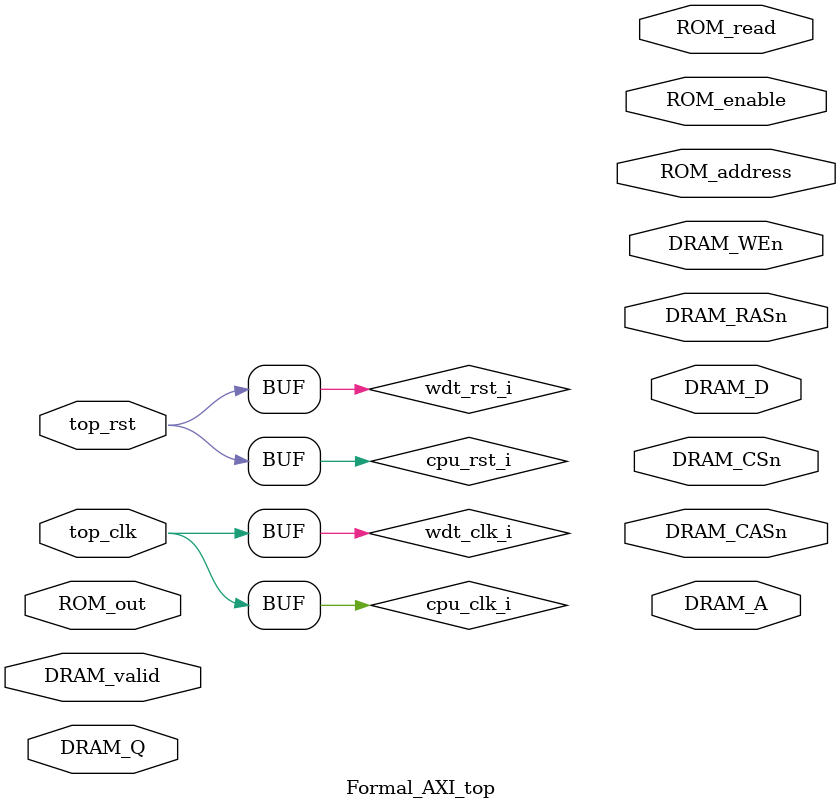
<source format=sv>
`define FORMAL
module Formal_AXI_top(
    input         top_clk,  // 0.1  ns
    input         top_rst,

    // ROM memory port
    input  [31:0] ROM_out,
    output        ROM_read,
    output        ROM_enable,
    output [11:0] ROM_address,

    // DRAM memory port
    output        DRAM_CSn,
    output [ 3:0] DRAM_WEn,
    output        DRAM_RASn,
    output        DRAM_CASn,
    input         DRAM_valid,
    input  [31:0] DRAM_Q,
    output [10:0] DRAM_A,
    output [31:0] DRAM_D
);

    // --------------------------------------------
    //              Signal Declaration             
    // --------------------------------------------
    logic        cpu_clk_i;
    logic        cpu_rst_i;
    logic        wdt_clk_i;
    logic        wdt_rst_i;
    logic [31:0] ROM_out_i;
    logic        ROM_read_o;
    logic        ROM_enable_o;
    logic [11:0] ROM_address_o;
    logic [31:0] DRAM_Q_i;
    logic        DRAM_CSn_o;
    logic [ 3:0] DRAM_WEn_o;
    logic        DRAM_RASn_o;
    logic        DRAM_CASn_o;
    logic [10:0] DRAM_A_o;
    logic [31:0] DRAM_D_o;
    logic        DRAM_valid_i;
/*
    logic [31:0] cpu_counter_c, cpu_counter_n;
    logic [31:0] axi_counter_c, axi_counter_n;
    logic [31:0] rom_counter_c, rom_counter_n;
    logic [31:0] dram_counter_c, dram_counter_n;
    logic [31:0] rst_counter_c, rst_counter_n;
    always_ff @(posedge top_clk or posedge top_rst) begin        
        if (top_rst) begin
            cpu_counter_c   <= 32'b0;
            axi_counter_c   <= 32'b0;
            rom_counter_c   <= 32'b0;
            dram_counter_c  <= 32'b0;
            rst_counter_c   <= 32'b0;
        end
        else begin
            cpu_counter_c   <= cpu_counter_n;
            axi_counter_c   <= axi_counter_n;
            rom_counter_c   <= rom_counter_n;
            dram_counter_c  <= dram_counter_n;
            rst_counter_c   <= rst_counter_n;
        end
    end

    always_comb begin
        cpu_counter_n       = cpu_counter_c  + 32'b1;
        axi_counter_n       = axi_counter_c  + 32'b1;
        rom_counter_n       = rom_counter_c  + 32'b1;
        dram_counter_n      = dram_counter_c + 32'b1;
        rst_counter_n       = rst_counter_c  + 32'b1;
        if (top_rst) begin
            cpu_counter_n   = 32'b0;
            axi_counter_n   = 32'b0;
            rom_counter_n   = 32'b0;
            dram_counter_n  = 32'b0;
            rst_counter_n   = 32'b0;
        end
        if (cpu_counter_c  == 32'd19) begin
            cpu_counter_n   = 32'b0;
        end
        if (axi_counter_c  == 32'd49) begin
            axi_counter_n   = 32'b0;
        end
        if (rom_counter_c  == 32'd1001) begin
            rom_counter_n   = 32'b0;
        end
        if (dram_counter_c == 32'd99) begin
            dram_counter_n  = 32'b0;
        end
        if (rst_counter_c  == 32'd1002) begin
            rst_counter_n   = 32'd1002;
        end
    end

    assign cpu_clk_i  = cpu_counter_c  < 32'd10  ;
    assign wdt_clk_i  = axi_counter_c  < 32'd25  ;
    assign rom_clk_i  = rom_counter_c  < 32'd501 ;
    assign dram_clk_i = dram_counter_c < 32'd50  ;
    assign cpu_rst_i  = rst_counter_c  < 32'd1002;
    assign wdt_rst_i  = rst_counter_c  < 32'd1002;
    assign rom_rst_i  = rst_counter_c  < 32'd1002;
    assign dram_rst_i = rst_counter_c  < 32'd1002;
*/

assign cpu_clk_i  = top_clk;
assign wdt_clk_i  = top_clk;
assign cpu_rst_i  = top_rst;
assign wdt_rst_i  = top_rst;

    // assign ROM_out_i   = ROM_out;
    // assign ROM_read    = ROM_read_o;
    // assign ROM_enable  = ROM_enable_o;
    // assign ROM_address = ROM_address_o;

    // assign DRAM_CSn     = DRAM_CSn_o;
    // assign DRAM_WEn     = DRAM_WEn_o;
    // assign DRAM_RASn    = DRAM_RASn_o;
    // assign DRAM_CASn    = DRAM_CASn_o;
    // assign DRAM_valid_i = DRAM_valid;
    // assign DRAM_Q_i     = DRAM_Q;
    // assign DRAM_A       = DRAM_A_o;
    // assign DRAM_D       = DRAM_D_o;

    // --------------------------------------------
    //                Core instance                
    // --------------------------------------------
    top u_TOP(
        // CLOCK DOMAIN
        .cpu_clk     ( cpu_clk_i     ), // 1    ns
        .cpu_rst     ( cpu_rst_i     ),
        .wdt_clk     ( wdt_clk_i     ), // 2.5  ns
        .wdt_rst     ( wdt_rst_i     ),

        // ROM memory port
        .ROM_out     ( ROM_out_i     ),
        .ROM_read    ( ROM_read_o    ),
        .ROM_enable  ( ROM_enable_o  ),
        .ROM_address ( ROM_address_o ),

        // DRAM memory port
        .DRAM_valid  ( DRAM_valid_i  ),
        .DRAM_Q      ( DRAM_Q_i      ),
        .DRAM_CSn    ( DRAM_CSn_o    ),
        .DRAM_WEn    ( DRAM_WEn_o    ),
        .DRAM_RASn   ( DRAM_RASn_o   ),
        .DRAM_CASn   ( DRAM_CASn_o   ),
        .DRAM_A      ( DRAM_A_o      ),
        .DRAM_D      ( DRAM_D_o      )
    );
endmodule
</source>
